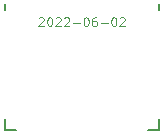
<source format=gbr>
%TF.GenerationSoftware,KiCad,Pcbnew,(6.0.5-0)*%
%TF.CreationDate,2022-06-27T15:42:05+01:00*%
%TF.ProjectId,Daikin,4461696b-696e-42e6-9b69-6361645f7063,1*%
%TF.SameCoordinates,Original*%
%TF.FileFunction,Legend,Top*%
%TF.FilePolarity,Positive*%
%FSLAX46Y46*%
G04 Gerber Fmt 4.6, Leading zero omitted, Abs format (unit mm)*
G04 Created by KiCad (PCBNEW (6.0.5-0)) date 2022-06-27 15:42:05*
%MOMM*%
%LPD*%
G01*
G04 APERTURE LIST*
%ADD10C,0.100000*%
%ADD11C,0.200000*%
G04 APERTURE END LIST*
D10*
%TO.C,U1*%
X96157142Y-40153964D02*
X96192857Y-40118250D01*
X96264285Y-40082535D01*
X96442857Y-40082535D01*
X96514285Y-40118250D01*
X96550000Y-40153964D01*
X96585714Y-40225392D01*
X96585714Y-40296821D01*
X96550000Y-40403964D01*
X96121428Y-40832535D01*
X96585714Y-40832535D01*
X97050000Y-40082535D02*
X97121428Y-40082535D01*
X97192857Y-40118250D01*
X97228571Y-40153964D01*
X97264285Y-40225392D01*
X97300000Y-40368250D01*
X97300000Y-40546821D01*
X97264285Y-40689678D01*
X97228571Y-40761107D01*
X97192857Y-40796821D01*
X97121428Y-40832535D01*
X97050000Y-40832535D01*
X96978571Y-40796821D01*
X96942857Y-40761107D01*
X96907142Y-40689678D01*
X96871428Y-40546821D01*
X96871428Y-40368250D01*
X96907142Y-40225392D01*
X96942857Y-40153964D01*
X96978571Y-40118250D01*
X97050000Y-40082535D01*
X97585714Y-40153964D02*
X97621428Y-40118250D01*
X97692857Y-40082535D01*
X97871428Y-40082535D01*
X97942857Y-40118250D01*
X97978571Y-40153964D01*
X98014285Y-40225392D01*
X98014285Y-40296821D01*
X97978571Y-40403964D01*
X97550000Y-40832535D01*
X98014285Y-40832535D01*
X98300000Y-40153964D02*
X98335714Y-40118250D01*
X98407142Y-40082535D01*
X98585714Y-40082535D01*
X98657142Y-40118250D01*
X98692857Y-40153964D01*
X98728571Y-40225392D01*
X98728571Y-40296821D01*
X98692857Y-40403964D01*
X98264285Y-40832535D01*
X98728571Y-40832535D01*
X99050000Y-40546821D02*
X99621428Y-40546821D01*
X100121428Y-40082535D02*
X100192857Y-40082535D01*
X100264285Y-40118250D01*
X100300000Y-40153964D01*
X100335714Y-40225392D01*
X100371428Y-40368250D01*
X100371428Y-40546821D01*
X100335714Y-40689678D01*
X100300000Y-40761107D01*
X100264285Y-40796821D01*
X100192857Y-40832535D01*
X100121428Y-40832535D01*
X100050000Y-40796821D01*
X100014285Y-40761107D01*
X99978571Y-40689678D01*
X99942857Y-40546821D01*
X99942857Y-40368250D01*
X99978571Y-40225392D01*
X100014285Y-40153964D01*
X100050000Y-40118250D01*
X100121428Y-40082535D01*
X101014285Y-40082535D02*
X100871428Y-40082535D01*
X100800000Y-40118250D01*
X100764285Y-40153964D01*
X100692857Y-40261107D01*
X100657142Y-40403964D01*
X100657142Y-40689678D01*
X100692857Y-40761107D01*
X100728571Y-40796821D01*
X100800000Y-40832535D01*
X100942857Y-40832535D01*
X101014285Y-40796821D01*
X101050000Y-40761107D01*
X101085714Y-40689678D01*
X101085714Y-40511107D01*
X101050000Y-40439678D01*
X101014285Y-40403964D01*
X100942857Y-40368250D01*
X100800000Y-40368250D01*
X100728571Y-40403964D01*
X100692857Y-40439678D01*
X100657142Y-40511107D01*
X101407142Y-40546821D02*
X101978571Y-40546821D01*
X102478571Y-40082535D02*
X102550000Y-40082535D01*
X102621428Y-40118250D01*
X102657142Y-40153964D01*
X102692857Y-40225392D01*
X102728571Y-40368250D01*
X102728571Y-40546821D01*
X102692857Y-40689678D01*
X102657142Y-40761107D01*
X102621428Y-40796821D01*
X102550000Y-40832535D01*
X102478571Y-40832535D01*
X102407142Y-40796821D01*
X102371428Y-40761107D01*
X102335714Y-40689678D01*
X102300000Y-40546821D01*
X102300000Y-40368250D01*
X102335714Y-40225392D01*
X102371428Y-40153964D01*
X102407142Y-40118250D01*
X102478571Y-40082535D01*
X103014285Y-40153964D02*
X103050000Y-40118250D01*
X103121428Y-40082535D01*
X103300000Y-40082535D01*
X103371428Y-40118250D01*
X103407142Y-40153964D01*
X103442857Y-40225392D01*
X103442857Y-40296821D01*
X103407142Y-40403964D01*
X102978571Y-40832535D01*
X103442857Y-40832535D01*
D11*
X106300000Y-48693250D02*
X106300000Y-49593250D01*
X93300000Y-49593250D02*
X94200000Y-49593250D01*
X93300000Y-38993250D02*
X93300000Y-39493250D01*
X106300000Y-38993250D02*
X106300000Y-39493250D01*
X93300000Y-48693250D02*
X93300000Y-49593250D01*
X106300000Y-49593250D02*
X105400000Y-49593250D01*
%TD*%
M02*

</source>
